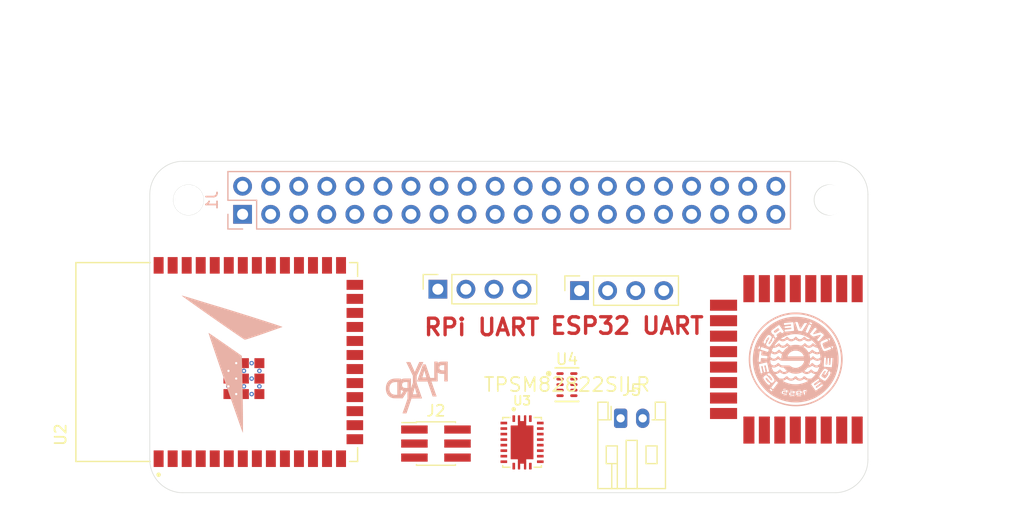
<source format=kicad_pcb>
(kicad_pcb (version 20221018) (generator pcbnew)
  (title_block (title "***") (date "2018-12-28") (rev "**") (company "**") (comment 1 "**"))
  (layers (0 "F.Cu" signal) (31 "B.Cu" signal) (34 "B.Paste" user) (35 "F.Paste" user) (36 "B.SilkS" user "B.Silkscreen") (37 "F.SilkS" user "F.Silkscreen") (38 "B.Mask" user) (39 "F.Mask" user) (44 "Edge.Cuts" user))
  (net 0 "")
  (net 19 "/RPi_SPI_MOSI")
  (net 21 "/RPi_SPI_MISO")
  (net 23 "/RPi_SPI_CLK")
  (net 29 "/RPi_SPI_CSN")
  (net 45 "+BATT")
  (net 46 "GND")
  (net 47 "+3V3")
  (net 56 "Net-(U2-GND-Pad1)")
  (net 109 "Net-(U3-SW-Pad4)")
  (net 113 "Net-(U3-VOUT-Pad14)")
  (footprint "RPi_Hat:RPi_Hat_Mounting_Hole" (layer "F.Cu") (at 53.5 52.5)
    (fp_text reference "" hide)
    (fp_text value "" hide)
    (pad "" np_thru_hole circle locked (at 0 0) (size 2.75 2.75) (drill 2.75) (layers "*.Cu" "*.Mask") (clearance 1.725))
  )
  (footprint "RPi_Hat:RPi_Hat_Mounting_Hole" (layer "F.Cu") (at 111.6 52.5)
    (fp_text reference "" hide)
    (fp_text value "" hide)
    (pad "" np_thru_hole circle locked (at 0 0) (size 2.75 2.75) (drill 2.75) (layers "*.Cu" "*.Mask") (clearance 1.725))
  )
  (footprint "XCVR_ESP32-S3-WROOM-1-N8R2:XCVR_ESP32-S3-WROOM-1-N8R2" (layer "F.Cu") (at 56.06 67.17 90)
    (fp_text reference "U2" (at -6.575 -14.135 90) (layer "F.SilkS"))
    (fp_text value "ESP32-S3-WROOM-1-N8R2")
    (pad "1" smd rect (at -8.75 -5.26 90) (size 1.5 0.9) (layers "F.Cu" "F.Paste" "F.Mask") (net 56 "Net-(U2-GND-Pad1)"))
    (pad "2" smd rect (at -8.75 -3.99 90) (size 1.5 0.9) (layers "F.Cu" "F.Paste" "F.Mask"))
    (pad "3" smd rect (at -8.75 -2.72 90) (size 1.5 0.9) (layers "F.Cu" "F.Paste" "F.Mask"))
    (pad "4" smd rect (at -8.75 -1.45 90) (size 1.5 0.9) (layers "F.Cu" "F.Paste" "F.Mask"))
    (pad "5" smd rect (at -8.75 -0.18 90) (size 1.5 0.9) (layers "F.Cu" "F.Paste" "F.Mask"))
    (pad "6" smd rect (at -8.75 1.09 90) (size 1.5 0.9) (layers "F.Cu" "F.Paste" "F.Mask"))
    (pad "7" smd rect (at -8.75 2.36 90) (size 1.5 0.9) (layers "F.Cu" "F.Paste" "F.Mask"))
    (pad "8" smd rect (at -8.75 3.63 90) (size 1.5 0.9) (layers "F.Cu" "F.Paste" "F.Mask"))
    (pad "9" smd rect (at -8.75 4.9 90) (size 1.5 0.9) (layers "F.Cu" "F.Paste" "F.Mask"))
    (pad "10" smd rect (at -8.75 6.17 90) (size 1.5 0.9) (layers "F.Cu" "F.Paste" "F.Mask"))
    (pad "11" smd rect (at -8.75 7.44 90) (size 1.5 0.9) (layers "F.Cu" "F.Paste" "F.Mask"))
    (pad "12" smd rect (at -8.75 8.71 90) (size 1.5 0.9) (layers "F.Cu" "F.Paste" "F.Mask"))
    (pad "13" smd rect (at -8.75 9.98 90) (size 1.5 0.9) (layers "F.Cu" "F.Paste" "F.Mask"))
    (pad "14" smd rect (at -8.75 11.25 90) (size 1.5 0.9) (layers "F.Cu" "F.Paste" "F.Mask"))
    (pad "15" smd rect (at -6.985 12.5 90) (size 0.9 1.5) (layers "F.Cu" "F.Paste" "F.Mask"))
    (pad "16" smd rect (at -5.715 12.5 90) (size 0.9 1.5) (layers "F.Cu" "F.Paste" "F.Mask"))
    (pad "17" smd rect (at -4.445 12.5 90) (size 0.9 1.5) (layers "F.Cu" "F.Paste" "F.Mask"))
    (pad "18" smd rect (at -3.175 12.5 90) (size 0.9 1.5) (layers "F.Cu" "F.Paste" "F.Mask") (net 19 "/RPi_SPI_MOSI"))
    (pad "19" smd rect (at -1.905 12.5 90) (size 0.9 1.5) (layers "F.Cu" "F.Paste" "F.Mask") (net 21 "/RPi_SPI_MISO"))
    (pad "20" smd rect (at -0.635 12.5 90) (size 0.9 1.5) (layers "F.Cu" "F.Paste" "F.Mask") (net 23 "/RPi_SPI_CLK"))
    (pad "21" smd rect (at 0.635 12.5 90) (size 0.9 1.5) (layers "F.Cu" "F.Paste" "F.Mask") (net 29 "/RPi_SPI_CSN"))
    (pad "22" smd rect (at 1.905 12.5 90) (size 0.9 1.5) (layers "F.Cu" "F.Paste" "F.Mask"))
    (pad "23" smd rect (at 3.175 12.5 90) (size 0.9 1.5) (layers "F.Cu" "F.Paste" "F.Mask"))
    (pad "24" smd rect (at 4.445 12.5 90) (size 0.9 1.5) (layers "F.Cu" "F.Paste" "F.Mask"))
    (pad "25" smd rect (at 5.715 12.5 90) (size 0.9 1.5) (layers "F.Cu" "F.Paste" "F.Mask"))
    (pad "26" smd rect (at 6.985 12.5 90) (size 0.9 1.5) (layers "F.Cu" "F.Paste" "F.Mask"))
    (pad "27" smd rect (at 8.75 11.25 90) (size 1.5 0.9) (layers "F.Cu" "F.Paste" "F.Mask"))
    (pad "28" smd rect (at 8.75 9.98 90) (size 1.5 0.9) (layers "F.Cu" "F.Paste" "F.Mask"))
    (pad "29" smd rect (at 8.75 8.71 90) (size 1.5 0.9) (layers "F.Cu" "F.Paste" "F.Mask"))
    (pad "30" smd rect (at 8.75 7.44 90) (size 1.5 0.9) (layers "F.Cu" "F.Paste" "F.Mask"))
    (pad "31" smd rect (at 8.75 6.17 90) (size 1.5 0.9) (layers "F.Cu" "F.Paste" "F.Mask"))
    (pad "32" smd rect (at 8.75 4.9 90) (size 1.5 0.9) (layers "F.Cu" "F.Paste" "F.Mask"))
    (pad "33" smd rect (at 8.75 3.63 90) (size 1.5 0.9) (layers "F.Cu" "F.Paste" "F.Mask"))
    (pad "34" smd rect (at 8.75 2.36 90) (size 1.5 0.9) (layers "F.Cu" "F.Paste" "F.Mask"))
    (pad "35" smd rect (at 8.75 1.09 90) (size 1.5 0.9) (layers "F.Cu" "F.Paste" "F.Mask"))
    (pad "36" smd rect (at 8.75 -0.18 90) (size 1.5 0.9) (layers "F.Cu" "F.Paste" "F.Mask"))
    (pad "37" smd rect (at 8.75 -1.45 90) (size 1.5 0.9) (layers "F.Cu" "F.Paste" "F.Mask"))
    (pad "38" smd rect (at 8.75 -2.72 90) (size 1.5 0.9) (layers "F.Cu" "F.Paste" "F.Mask"))
    (pad "39" smd rect (at 8.75 -3.99 90) (size 1.5 0.9) (layers "F.Cu" "F.Paste" "F.Mask"))
    (pad "40" smd rect (at 8.75 -5.26 90) (size 1.5 0.9) (layers "F.Cu" "F.Paste" "F.Mask") (net 56 "Net-(U2-GND-Pad1)"))
    (pad "41_1" smd rect (at -1.5 2.46 90) (size 0.9 0.9) (layers "F.Cu" "F.Paste" "F.Mask") (net 56 "Net-(U2-GND-Pad1)"))
    (pad "41_2" smd rect (at -2.9 2.46 90) (size 0.9 0.9) (layers "F.Cu" "F.Paste" "F.Mask") (net 56 "Net-(U2-GND-Pad1)"))
    (pad "41_3" smd rect (at -0.1 2.46 90) (size 0.9 0.9) (layers "F.Cu" "F.Paste" "F.Mask") (net 56 "Net-(U2-GND-Pad1)"))
    (pad "41_4" smd rect (at -2.9 3.86 90) (size 0.9 0.9) (layers "F.Cu" "F.Paste" "F.Mask") (net 56 "Net-(U2-GND-Pad1)"))
    (pad "41_5" smd rect (at -1.5 3.86 90) (size 0.9 0.9) (layers "F.Cu" "F.Paste" "F.Mask") (net 56 "Net-(U2-GND-Pad1)"))
    (pad "41_6" smd rect (at -0.1 3.86 90) (size 0.9 0.9) (layers "F.Cu" "F.Paste" "F.Mask") (net 56 "Net-(U2-GND-Pad1)"))
    (pad "41_7" smd rect (at -2.9 1.06 90) (size 0.9 0.9) (layers "F.Cu" "F.Paste" "F.Mask") (net 56 "Net-(U2-GND-Pad1)"))
    (pad "41_8" smd rect (at -1.5 1.06 90) (size 0.9 0.9) (layers "F.Cu" "F.Paste" "F.Mask") (net 56 "Net-(U2-GND-Pad1)"))
    (pad "41_9" smd rect (at -0.1 1.06 90) (size 0.9 0.9) (layers "F.Cu" "F.Paste" "F.Mask") (net 56 "Net-(U2-GND-Pad1)"))
    (pad "41_10" thru_hole circle (at -1.5 1.76 90) (size 0.4 0.4) (drill 0.2) (layers "*.Cu"))
    (pad "41_11" thru_hole circle (at -2.9 1.76 90) (size 0.4 0.4) (drill 0.2) (layers "*.Cu"))
    (pad "41_12" thru_hole circle (at -0.1 1.76 90) (size 0.4 0.4) (drill 0.2) (layers "*.Cu"))
    (pad "41_13" thru_hole circle (at -2.9 3.16 90) (size 0.4 0.4) (drill 0.2) (layers "*.Cu"))
    (pad "41_14" thru_hole circle (at -1.5 3.16 90) (size 0.4 0.4) (drill 0.2) (layers "*.Cu"))
    (pad "41_15" thru_hole circle (at -0.1 3.16 90) (size 0.4 0.4) (drill 0.2) (layers "*.Cu"))
    (pad "41_16" thru_hole circle (at -2.2 1.06 90) (size 0.4 0.4) (drill 0.2) (layers "*.Cu"))
    (pad "41_17" thru_hole circle (at -0.8 1.06 90) (size 0.4 0.4) (drill 0.2) (layers "*.Cu"))
    (pad "41_18" thru_hole circle (at -2.2 2.46 90) (size 0.4 0.4) (drill 0.2) (layers "*.Cu"))
    (pad "41_19" thru_hole circle (at -0.8 2.46 90) (size 0.4 0.4) (drill 0.2) (layers "*.Cu"))
    (pad "41_20" thru_hole circle (at -2.2 3.86 90) (size 0.4 0.4) (drill 0.2) (layers "*.Cu"))
    (pad "41_21" thru_hole circle (at -0.8 3.86 90) (size 0.4 0.4) (drill 0.2) (layers "*.Cu"))
  )
  (footprint "Connector_PinSocket_2.54mm:PinSocket_1x04_P2.54mm_Vertical" (layer "F.Cu") (at 76.073 60.579 90)
    (fp_text reference "J3" hide)
    (fp_text value "Conn_01x04_Socket")
    (pad "1" thru_hole rect (at 0 0 90) (size 1.7 1.7) (drill 1) (layers "*.Cu" "*.Mask"))
    (pad "2" thru_hole oval (at 0 2.54 90) (size 1.7 1.7) (drill 1) (layers "*.Cu" "*.Mask"))
    (pad "3" thru_hole oval (at 0 5.08 90) (size 1.7 1.7) (drill 1) (layers "*.Cu" "*.Mask"))
    (pad "4" thru_hole oval (at 0 7.62 90) (size 1.7 1.7) (drill 1) (layers "*.Cu" "*.Mask"))
  )
  (footprint "Connector_PinHeader_1.27mm:PinHeader_2x03_P1.27mm_Vertical_SMD" (layer "F.Cu") (at 75.901 74.549)
    (fp_text reference "J2" (at 0 -2.965) (layer "F.SilkS"))
    (fp_text value "ESP Prog")
    (pad "1" smd rect (at -1.95 -1.27) (size 2.4 0.74) (layers "F.Cu" "F.Paste" "F.Mask"))
    (pad "2" smd rect (at 1.95 -1.27) (size 2.4 0.74) (layers "F.Cu" "F.Paste" "F.Mask"))
    (pad "3" smd rect (at -1.95 0) (size 2.4 0.74) (layers "F.Cu" "F.Paste" "F.Mask"))
    (pad "4" smd rect (at 1.95 0) (size 2.4 0.74) (layers "F.Cu" "F.Paste" "F.Mask"))
    (pad "5" smd rect (at -1.95 1.27) (size 2.4 0.74) (layers "F.Cu" "F.Paste" "F.Mask"))
    (pad "6" smd rect (at 1.95 1.27) (size 2.4 0.74) (layers "F.Cu" "F.Paste" "F.Mask"))
  )
  (footprint "Texas_Instruments-SIL0010D-0-0-MFG:Texas_Instruments-SIL0010D-0-0-MFG" (layer "F.Cu") (at 87.757 69.215)
    (fp_text reference "U4" (at -1.1 -2.3) (layer "F.SilkS") (effects (justify left)))
    (fp_text value "TPSM82822SILR" (at 0 0) (layer "F.SilkS") (effects (font (size 1.27 1.27))))
    (pad "1" smd roundrect (at -0.625 -1) (size 0.65 0.25) (layers "F.Cu" "F.Paste" "F.Mask") (roundrect_rratio 0.4) (net 45 "+BATT"))
    (pad "2" smd roundrect (at -0.625 -0.5) (size 0.65 0.25) (layers "F.Cu" "F.Paste" "F.Mask") (roundrect_rratio 0.4) (net 45 "+BATT"))
    (pad "3" smd roundrect (at -0.625 0) (size 0.65 0.25) (layers "F.Cu" "F.Paste" "F.Mask") (roundrect_rratio 0.4) (net 45 "+BATT"))
    (pad "4" smd roundrect (at -0.625 0.5) (size 0.65 0.25) (layers "F.Cu" "F.Paste" "F.Mask") (roundrect_rratio 0.4))
    (pad "5" smd roundrect (at -0.625 1) (size 0.65 0.25) (layers "F.Cu" "F.Paste" "F.Mask") (roundrect_rratio 0.4))
    (pad "6" smd roundrect (at 0.625 1) (size 0.65 0.25) (layers "F.Cu" "F.Paste" "F.Mask") (roundrect_rratio 0.4))
    (pad "7" smd roundrect (at 0.625 0.5) (size 0.65 0.25) (layers "F.Cu" "F.Paste" "F.Mask") (roundrect_rratio 0.4))
    (pad "8" smd roundrect (at 0.625 0) (size 0.65 0.25) (layers "F.Cu" "F.Paste" "F.Mask") (roundrect_rratio 0.4))
    (pad "9" smd roundrect (at 0.625 -0.5) (size 0.65 0.25) (layers "F.Cu" "F.Paste" "F.Mask") (roundrect_rratio 0.4))
    (pad "10" smd roundrect (at 0.625 -1) (size 0.65 0.25) (layers "F.Cu" "F.Paste" "F.Mask") (roundrect_rratio 0.4))
  )
  (footprint "Connector_JST:JST_PH_S2B-PH-K_1x02_P2.00mm_Horizontal" (layer "F.Cu") (at 92.615 72.263)
    (fp_text reference "J5" (at 1 -2.55) (layer "F.SilkS"))
    (fp_text value "S2B-PH-K-S(LF)(SN)")
    (pad "1" thru_hole roundrect (at 0 0) (size 1.2 1.75) (drill 0.75) (layers "*.Cu" "*.Mask") (roundrect_rratio 0.208333) (net 45 "+BATT"))
    (pad "2" thru_hole oval (at 2 0) (size 1.2 1.75) (drill 0.75) (layers "*.Cu" "*.Mask") (net 46 "GND"))
  )
  (footprint "XCVR_DWM1000:XCVR_DWM1000" (layer "F.Cu") (at 112.226 66.929 -90)
    (fp_text reference "U1" hide)
    (fp_text value "DWM1000")
    (pad "1" smd rect (at -6.4 -1.8) (size 1 2.45) (layers "F.Cu" "F.Paste" "F.Mask"))
    (pad "2" smd rect (at -6.4 -0.4) (size 1 2.45) (layers "F.Cu" "F.Paste" "F.Mask"))
    (pad "3" smd rect (at -6.4 1) (size 1 2.45) (layers "F.Cu" "F.Paste" "F.Mask"))
    (pad "4" smd rect (at -6.4 2.4) (size 1 2.45) (layers "F.Cu" "F.Paste" "F.Mask"))
    (pad "5" smd rect (at -6.4 3.8) (size 1 2.45) (layers "F.Cu" "F.Paste" "F.Mask") (net 47 "+3V3"))
    (pad "6" smd rect (at -6.4 5.2) (size 1 2.45) (layers "F.Cu" "F.Paste" "F.Mask") (net 47 "+3V3"))
    (pad "7" smd rect (at -6.4 6.6) (size 1 2.45) (layers "F.Cu" "F.Paste" "F.Mask") (net 47 "+3V3"))
    (pad "8" smd rect (at -6.4 8) (size 1 2.45) (layers "F.Cu" "F.Paste" "F.Mask") (net 46 "GND"))
    (pad "9" smd rect (at -4.9 10.295 90) (size 1 2.45) (layers "F.Cu" "F.Paste" "F.Mask"))
    (pad "10" smd rect (at -3.5 10.295 90) (size 1 2.45) (layers "F.Cu" "F.Paste" "F.Mask"))
    (pad "11" smd rect (at -2.1 10.295 90) (size 1 2.45) (layers "F.Cu" "F.Paste" "F.Mask"))
    (pad "12" smd rect (at -0.7 10.295 90) (size 1 2.45) (layers "F.Cu" "F.Paste" "F.Mask"))
    (pad "13" smd rect (at 0.7 10.295 90) (size 1 2.45) (layers "F.Cu" "F.Paste" "F.Mask"))
    (pad "14" smd rect (at 2.1 10.295 90) (size 1 2.45) (layers "F.Cu" "F.Paste" "F.Mask"))
    (pad "15" smd rect (at 3.5 10.295 90) (size 1 2.45) (layers "F.Cu" "F.Paste" "F.Mask"))
    (pad "16" smd rect (at 4.9 10.295 90) (size 1 2.45) (layers "F.Cu" "F.Paste" "F.Mask") (net 46 "GND"))
    (pad "17" smd rect (at 6.4 8 180) (size 1 2.45) (layers "F.Cu" "F.Paste" "F.Mask") (net 29 "/RPi_SPI_CSN"))
    (pad "18" smd rect (at 6.4 6.6 180) (size 1 2.45) (layers "F.Cu" "F.Paste" "F.Mask") (net 19 "/RPi_SPI_MOSI"))
    (pad "19" smd rect (at 6.4 5.2 180) (size 1 2.45) (layers "F.Cu" "F.Paste" "F.Mask") (net 21 "/RPi_SPI_MISO"))
    (pad "20" smd rect (at 6.4 3.8 180) (size 1 2.45) (layers "F.Cu" "F.Paste" "F.Mask") (net 23 "/RPi_SPI_CLK"))
    (pad "21" smd rect (at 6.4 2.4 180) (size 1 2.45) (layers "F.Cu" "F.Paste" "F.Mask") (net 46 "GND"))
    (pad "22" smd rect (at 6.4 1 180) (size 1 2.45) (layers "F.Cu" "F.Paste" "F.Mask"))
    (pad "23" smd rect (at 6.4 -0.4 180) (size 1 2.45) (layers "F.Cu" "F.Paste" "F.Mask") (net 46 "GND"))
    (pad "24" smd rect (at 6.4 -1.8 180) (size 1 2.45) (layers "F.Cu" "F.Paste" "F.Mask") (net 46 "GND"))
  )
  (footprint "Connector_PinSocket_2.54mm:PinSocket_1x04_P2.54mm_Vertical" (layer "F.Cu") (at 88.9 60.706 90)
    (fp_text reference "J4" hide)
    (fp_text value "Conn_01x04_Socket")
    (pad "1" thru_hole rect (at 0 0 90) (size 1.7 1.7) (drill 1) (layers "*.Cu" "*.Mask"))
    (pad "2" thru_hole oval (at 0 2.54 90) (size 1.7 1.7) (drill 1) (layers "*.Cu" "*.Mask"))
    (pad "3" thru_hole oval (at 0 5.08 90) (size 1.7 1.7) (drill 1) (layers "*.Cu" "*.Mask"))
    (pad "4" thru_hole oval (at 0 7.62 90) (size 1.7 1.7) (drill 1) (layers "*.Cu" "*.Mask"))
  )
  (footprint "IC_MSP430FR2522IRHLR:IC_MSP430FR2522IRHLR" (layer "F.Cu") (at 83.694 74.442)
    (fp_text reference "U3" (at 0 -3.76599) (layer "F.SilkS") (effects (font (size 0.80148 0.80148))))
    (fp_text value "TPS61088RHLT")
    (pad "1" smd roundrect (at -0.75 -2.15) (size 0.24 0.6) (layers "F.Cu" "F.Paste" "F.Mask") (roundrect_rratio 0.13))
    (pad "2" smd roundrect (at -1.65 -1.75) (size 0.6 0.24) (layers "F.Cu" "F.Paste" "F.Mask") (roundrect_rratio 0.05))
    (pad "3" smd roundrect (at -1.65 -1.25) (size 0.6 0.24) (layers "F.Cu" "F.Paste" "F.Mask") (roundrect_rratio 0.05))
    (pad "4" smd roundrect (at -1.65 -0.75) (size 0.6 0.24) (layers "F.Cu" "F.Paste" "F.Mask") (roundrect_rratio 0.05) (net 109 "Net-(U3-SW-Pad4)"))
    (pad "5" smd roundrect (at -1.65 -0.25) (size 0.6 0.24) (layers "F.Cu" "F.Paste" "F.Mask") (roundrect_rratio 0.05) (net 109 "Net-(U3-SW-Pad4)"))
    (pad "6" smd roundrect (at -1.65 0.25) (size 0.6 0.24) (layers "F.Cu" "F.Paste" "F.Mask") (roundrect_rratio 0.05) (net 109 "Net-(U3-SW-Pad4)"))
    (pad "7" smd roundrect (at -1.65 0.75) (size 0.6 0.24) (layers "F.Cu" "F.Paste" "F.Mask") (roundrect_rratio 0.05) (net 109 "Net-(U3-SW-Pad4)"))
    (pad "8" smd roundrect (at -1.65 1.25) (size 0.6 0.24) (layers "F.Cu" "F.Paste" "F.Mask") (roundrect_rratio 0.05))
    (pad "9" smd roundrect (at -1.65 1.75) (size 0.6 0.24) (layers "F.Cu" "F.Paste" "F.Mask") (roundrect_rratio 0.05) (net 45 "+BATT"))
    (pad "10" smd roundrect (at -0.75 2.15) (size 0.24 0.6) (layers "F.Cu" "F.Paste" "F.Mask") (roundrect_rratio 0.13))
    (pad "11" smd roundrect (at 0.75 2.15) (size 0.24 0.6) (layers "F.Cu" "F.Paste" "F.Mask") (roundrect_rratio 0.13))
    (pad "12" smd roundrect (at 1.65 1.75) (size 0.6 0.24) (layers "F.Cu" "F.Paste" "F.Mask") (roundrect_rratio 0.05))
    (pad "13" smd roundrect (at 1.65 1.25) (size 0.6 0.24) (layers "F.Cu" "F.Paste" "F.Mask") (roundrect_rratio 0.05))
    (pad "14" smd roundrect (at 1.65 0.75) (size 0.6 0.24) (layers "F.Cu" "F.Paste" "F.Mask") (roundrect_rratio 0.05) (net 113 "Net-(U3-VOUT-Pad14)"))
    (pad "15" smd roundrect (at 1.65 0.25) (size 0.6 0.24) (layers "F.Cu" "F.Paste" "F.Mask") (roundrect_rratio 0.05) (net 113 "Net-(U3-VOUT-Pad14)"))
    (pad "16" smd roundrect (at 1.65 -0.25) (size 0.6 0.24) (layers "F.Cu" "F.Paste" "F.Mask") (roundrect_rratio 0.05) (net 113 "Net-(U3-VOUT-Pad14)"))
    (pad "17" smd roundrect (at 1.65 -0.75) (size 0.6 0.24) (layers "F.Cu" "F.Paste" "F.Mask") (roundrect_rratio 0.05))
    (pad "18" smd roundrect (at 1.65 -1.25) (size 0.6 0.24) (layers "F.Cu" "F.Paste" "F.Mask") (roundrect_rratio 0.05))
    (pad "19" smd roundrect (at 1.65 -1.75) (size 0.6 0.24) (layers "F.Cu" "F.Paste" "F.Mask") (roundrect_rratio 0.05))
    (pad "20" smd roundrect (at 0.75 -2.15) (size 0.24 0.6) (layers "F.Cu" "F.Paste" "F.Mask") (roundrect_rratio 0.13))
    (pad "21" smd custom (at 0 0) (size 2.05 3.05) (layers "F.Cu" "F.Mask") (options (clearance outline) (anchor rect)) (primitives (gr_poly (pts (xy -0.375 -1.525) (xy -0.375 -2.4) (xy -0.375 -2.403) (xy -0.375 -2.405) (xy -0.374 -2.408) (xy -0.374 -2.41) (xy -0.373 -2.413) (xy -0.373 -2.415) (xy -0.372 -2.418) (xy -0.371 -2.42) (xy -0.37 -2.423) (xy -0.368 -2.425) (xy -0.367 -2.427) (xy -0.365 -2.429) (xy -0.364 -2.431) (xy -0.362 -2.433) (xy -0.36 -2.435) (xy -0.358 -2.437) (xy -0.356 -2.439) (xy -0.354 -2.44) (xy -0.352 -2.442) (xy -0.35 -2.443) (xy -0.348 -2.445) (xy -0.345 -2.446) (xy -0.343 -2.447) (xy -0.34 -2.448) (xy -0.338 -2.448) (xy -0.335 -2.449) (xy -0.333 -2.449) (xy -0.33 -2.45) (xy -0.328 -2.45) (xy -0.325 -2.45) (xy -0.225 -2.45) (xy -0.222 -2.45) (xy -0.22 -2.45) (xy -0.217 -2.449) (xy -0.215 -2.449) (xy -0.212 -2.448) (xy -0.21 -2.448) (xy -0.207 -2.447) (xy -0.205 -2.446) (xy -0.202 -2.445) (xy -0.2 -2.443) (xy -0.198 -2.442) (xy -0.196 -2.44) (xy -0.194 -2.439) (xy -0.192 -2.437) (xy -0.19 -2.435) (xy -0.188 -2.433) (xy -0.186 -2.431) (xy -0.185 -2.429) (xy -0.183 -2.427) (xy -0.182 -2.425) (xy -0.18 -2.423) (xy -0.179 -2.42) (xy -0.178 -2.418) (xy -0.177 -2.415) (xy -0.177 -2.413) (xy -0.176 -2.41) (xy -0.176 -2.408) (xy -0.175 -2.405) (xy -0.175 -2.403) (xy -0.175 -2.4) (xy -0.175 -1.925) (xy 0.175 -1.925) (xy 0.175 -2.4) (xy 0.175 -2.403) (xy 0.175 -2.405) (xy 0.176 -2.408) (xy 0.176 -2.41) (xy 0.177 -2.413) (xy 0.177 -2.415) (xy 0.178 -2.418) (xy 0.179 -2.42) (xy 0.18 -2.423) (xy 0.182 -2.425) (xy 0.183 -2.427) (xy 0.185 -2.429) (xy 0.186 -2.431) (xy 0.188 -2.433) (xy 0.19 -2.435) (xy 0.192 -2.437) (xy 0.194 -2.439) (xy 0.196 -2.44) (xy 0.198 -2.442) (xy 0.2 -2.443) (xy 0.202 -2.445) (xy 0.205 -2.446) (xy 0.207 -2.447) (xy 0.21 -2.448) (xy 0.212 -2.448) (xy 0.215 -2.449) (xy 0.217 -2.449) (xy 0.22 -2.45) (xy 0.222 -2.45) (xy 0.225 -2.45) (xy 0.325 -2.45) (xy 0.328 -2.45) (xy 0.33 -2.45) (xy 0.333 -2.449) (xy 0.335 -2.449) (xy 0.338 -2.448) (xy 0.34 -2.448) (xy 0.343 -2.447) (xy 0.345 -2.446) (xy 0.348 -2.445) (xy 0.35 -2.443) (xy 0.352 -2.442) (xy 0.354 -2.44) (xy 0.356 -2.439) (xy 0.358 -2.437) (xy 0.36 -2.435) (xy 0.362 -2.433) (xy 0.364 -2.431) (xy 0.365 -2.429) (xy 0.367 -2.427) (xy 0.368 -2.425) (xy 0.37 -2.423) (xy 0.371 -2.42) (xy 0.372 -2.418) (xy 0.373 -2.415) (xy 0.373 -2.413) (xy 0.374 -2.41) (xy 0.374 -2.408) (xy 0.375 -2.405) (xy 0.375 -2.403) (xy 0.375 -2.4) (xy 0.375 -1.525) (xy 0.975 -1.525) (xy 0.978 -1.525) (xy 0.98 -1.525) (xy 0.983 -1.524) (xy 0.985 -1.524) (xy 0.988 -1.523) (xy 0.99 -1.523) (xy 0.993 -1.522) (xy 0.995 -1.521) (xy 0.998 -1.52) (xy 1 -1.518) (xy 1.002 -1.517) (xy 1.004 -1.515) (xy 1.006 -1.514) (xy 1.008 -1.512) (xy 1.01 -1.51) (xy 1.012 -1.508) (xy 1.014 -1.506) (xy 1.015 -1.504) (xy 1.017 -1.502) (xy 1.018 -1.5) (xy 1.02 -1.498) (xy 1.021 -1.495) (xy 1.022 -1.493) (xy 1.023 -1.49) (xy 1.023 -1.488) (xy 1.024 -1.485) (xy 1.024 -1.483) (xy 1.025 -1.48) (xy 1.025 -1.478) (xy 1.025 -1.475) (xy 1.025 1.475) (xy 1.025 1.478) (xy 1.025 1.48) (xy 1.024 1.483) (xy 1.024 1.485) (xy 1.023 1.488) (xy 1.023 1.49) (xy 1.022 1.493) (xy 1.021 1.495) (xy 1.02 1.498) (xy 1.018 1.5) (xy 1.017 1.502) (xy 1.015 1.504) (xy 1.014 1.506) (xy 1.012 1.508) (xy 1.01 1.51) (xy 1.008 1.512) (xy 1.006 1.514) (xy 1.004 1.515) (xy 1.002 1.517) (xy 1 1.518) (xy 0.998 1.52) (xy 0.995 1.521) (xy 0.993 1.522) (xy 0.99 1.523) (xy 0.988 1.523) (xy 0.985 1.524) (xy 0.983 1.524) (xy 0.98 1.525) (xy 0.978 1.525) (xy 0.975 1.525) (xy 0.375 1.525) (xy 0.375 2.4) (xy 0.375 2.403) (xy 0.375 2.405) (xy 0.374 2.408) (xy 0.374 2.41) (xy 0.373 2.413) (xy 0.373 2.415) (xy 0.372 2.418) (xy 0.371 2.42) (xy 0.37 2.423) (xy 0.368 2.425) (xy 0.367 2.427) (xy 0.365 2.429) (xy 0.364 2.431) (xy 0.362 2.433) (xy 0.36 2.435) (xy 0.358 2.437) (xy 0.356 2.439) (xy 0.354 2.44) (xy 0.352 2.442) (xy 0.35 2.443) (xy 0.348 2.445) (xy 0.345 2.446) (xy 0.343 2.447) (xy 0.34 2.448) (xy 0.338 2.448) (xy 0.335 2.449) (xy 0.333 2.449) (xy 0.33 2.45) (xy 0.328 2.45) (xy 0.325 2.45) (xy 0.225 2.45) (xy 0.222 2.45) (xy 0.22 2.45) (xy 0.217 2.449) (xy 0.215 2.449) (xy 0.212 2.448) (xy 0.21 2.448) (xy 0.207 2.447) (xy 0.205 2.446) (xy 0.202 2.445) (xy 0.2 2.443) (xy 0.198 2.442) (xy 0.196 2.44) (xy 0.194 2.439) (xy 0.192 2.437) (xy 0.19 2.435) (xy 0.188 2.433) (xy 0.186 2.431) (xy 0.185 2.429) (xy 0.183 2.427) (xy 0.182 2.425) (xy 0.18 2.423) (xy 0.179 2.42) (xy 0.178 2.418) (xy 0.177 2.415) (xy 0.177 2.413) (xy 0.176 2.41) (xy 0.176 2.408) (xy 0.175 2.405) (xy 0.175 2.403) (xy 0.175 2.4) (xy 0.175 1.925) (xy -0.175 1.925) (xy -0.175 2.4) (xy -0.175 2.403) (xy -0.175 2.405) (xy -0.176 2.408) (xy -0.176 2.41) (xy -0.177 2.413) (xy -0.177 2.415) (xy -0.178 2.418) (xy -0.179 2.42) (xy -0.18 2.423) (xy -0.182 2.425) (xy -0.183 2.427) (xy -0.185 2.429) (xy -0.186 2.431) (xy -0.188 2.433) (xy -0.19 2.435) (xy -0.192 2.437) (xy -0.194 2.439) (xy -0.196 2.44) (xy -0.198 2.442) (xy -0.2 2.443) (xy -0.202 2.445) (xy -0.205 2.446) (xy -0.207 2.447) (xy -0.21 2.448) (xy -0.212 2.448) (xy -0.215 2.449) (xy -0.217 2.449) (xy -0.22 2.45) (xy -0.222 2.45) (xy -0.225 2.45) (xy -0.325 2.45) (xy -0.328 2.45) (xy -0.33 2.45) (xy -0.333 2.449) (xy -0.335 2.449) (xy -0.338 2.448) (xy -0.34 2.448) (xy -0.343 2.447) (xy -0.345 2.446) (xy -0.348 2.445) (xy -0.35 2.443) (xy -0.352 2.442) (xy -0.354 2.44) (xy -0.356 2.439) (xy -0.358 2.437) (xy -0.36 2.435) (xy -0.362 2.433) (xy -0.364 2.431) (xy -0.365 2.429) (xy -0.367 2.427) (xy -0.368 2.425) (xy -0.37 2.423) (xy -0.371 2.42) (xy -0.372 2.418) (xy -0.373 2.415) (xy -0.373 2.413) (xy -0.374 2.41) (xy -0.374 2.408) (xy -0.375 2.405) (xy -0.375 2.403) (xy -0.375 2.4) (xy -0.375 1.525) (xy -0.975 1.525) (xy -0.978 1.525) (xy -0.98 1.525) (xy -0.983 1.524) (xy -0.985 1.524) (xy -0.988 1.523) (xy -0.99 1.523) (xy -0.993 1.522) (xy -0.995 1.521) (xy -0.998 1.52) (xy -1 1.518) (xy -1.002 1.517) (xy -1.004 1.515) (xy -1.006 1.514) (xy -1.008 1.512) (xy -1.01 1.51) (xy -1.012 1.508) (xy -1.014 1.506) (xy -1.015 1.504) (xy -1.017 1.502) (xy -1.018 1.5) (xy -1.02 1.498) (xy -1.021 1.495) (xy -1.022 1.493) (xy -1.023 1.49) (xy -1.023 1.488) (xy -1.024 1.485) (xy -1.024 1.483) (xy -1.025 1.48) (xy -1.025 1.478) (xy -1.025 1.475) (xy -1.025 -1.475) (xy -1.025 -1.478) (xy -1.025 -1.48) (xy -1.024 -1.483) (xy -1.024 -1.485) (xy -1.023 -1.488) (xy -1.023 -1.49) (xy -1.022 -1.493) (xy -1.021 -1.495) (xy -1.02 -1.498) (xy -1.018 -1.5) (xy -1.017 -1.502) (xy -1.015 -1.504) (xy -1.014 -1.506) (xy -1.012 -1.508) (xy -1.01 -1.51) (xy -1.008 -1.512) (xy -1.006 -1.514) (xy -1.004 -1.515) (xy -1.002 -1.517) (xy -1 -1.518) (xy -0.998 -1.52) (xy -0.995 -1.521) (xy -0.993 -1.522) (xy -0.99 -1.523) (xy -0.988 -1.523) (xy -0.985 -1.524) (xy -0.983 -1.524) (xy -0.98 -1.525) (xy -0.978 -1.525) (xy -0.975 -1.525) (xy -0.375 -1.525)) (width 0.01) (fill yes))))
  )
  (footprint "Graphics:tusas_logo" (layer "B.Cu") (at 57.404 67.437 180)
    (fp_text reference "G***" hide)
    (fp_text value "LOGO" hide)
  )
  (footprint "Graphics:playard_logo_3" (layer "B.Cu") (at 74.168 69.469 180)
    (fp_text reference "G***" hide)
    (fp_text value "LOGO" hide)
  )
  (footprint "Connector_PinSocket_2.54mm:PinSocket_2x20_P2.54mm_Vertical" (layer "B.Cu") (at 58.4 53.8 -90)
    (fp_text reference "J1" (at -1.27 2.77 90) (layer "B.SilkS") (effects (justify mirror)))
    (fp_text value "RPi_GPIO")
    (pad "1" thru_hole rect (at 0 0 270) (size 1.7 1.7) (drill 1) (layers "*.Cu" "*.Mask"))
    (pad "2" thru_hole oval (at -2.54 0 270) (size 1.7 1.7) (drill 1) (layers "*.Cu" "*.Mask"))
    (pad "3" thru_hole oval (at 0 -2.54 270) (size 1.7 1.7) (drill 1) (layers "*.Cu" "*.Mask"))
    (pad "4" thru_hole oval (at -2.54 -2.54 270) (size 1.7 1.7) (drill 1) (layers "*.Cu" "*.Mask"))
    (pad "5" thru_hole oval (at 0 -5.08 270) (size 1.7 1.7) (drill 1) (layers "*.Cu" "*.Mask"))
    (pad "6" thru_hole oval (at -2.54 -5.08 270) (size 1.7 1.7) (drill 1) (layers "*.Cu" "*.Mask"))
    (pad "7" thru_hole oval (at 0 -7.62 270) (size 1.7 1.7) (drill 1) (layers "*.Cu" "*.Mask"))
    (pad "8" thru_hole oval (at -2.54 -7.62 270) (size 1.7 1.7) (drill 1) (layers "*.Cu" "*.Mask"))
    (pad "9" thru_hole oval (at 0 -10.16 270) (size 1.7 1.7) (drill 1) (layers "*.Cu" "*.Mask"))
    (pad "10" thru_hole oval (at -2.54 -10.16 270) (size 1.7 1.7) (drill 1) (layers "*.Cu" "*.Mask"))
    (pad "11" thru_hole oval (at 0 -12.7 270) (size 1.7 1.7) (drill 1) (layers "*.Cu" "*.Mask"))
    (pad "12" thru_hole oval (at -2.54 -12.7 270) (size 1.7 1.7) (drill 1) (layers "*.Cu" "*.Mask"))
    (pad "13" thru_hole oval (at 0 -15.24 270) (size 1.7 1.7) (drill 1) (layers "*.Cu" "*.Mask"))
    (pad "14" thru_hole oval (at -2.54 -15.24 270) (size 1.7 1.7) (drill 1) (layers "*.Cu" "*.Mask"))
    (pad "15" thru_hole oval (at 0 -17.78 270) (size 1.7 1.7) (drill 1) (layers "*.Cu" "*.Mask"))
    (pad "16" thru_hole oval (at -2.54 -17.78 270) (size 1.7 1.7) (drill 1) (layers "*.Cu" "*.Mask"))
    (pad "17" thru_hole oval (at 0 -20.32 270) (size 1.7 1.7) (drill 1) (layers "*.Cu" "*.Mask"))
    (pad "18" thru_hole oval (at -2.54 -20.32 270) (size 1.7 1.7) (drill 1) (layers "*.Cu" "*.Mask"))
    (pad "19" thru_hole oval (at 0 -22.86 270) (size 1.7 1.7) (drill 1) (layers "*.Cu" "*.Mask") (net 19 "/RPi_SPI_MOSI"))
    (pad "20" thru_hole oval (at -2.54 -22.86 270) (size 1.7 1.7) (drill 1) (layers "*.Cu" "*.Mask"))
    (pad "21" thru_hole oval (at 0 -25.4 270) (size 1.7 1.7) (drill 1) (layers "*.Cu" "*.Mask") (net 21 "/RPi_SPI_MISO"))
    (pad "22" thru_hole oval (at -2.54 -25.4 270) (size 1.7 1.7) (drill 1) (layers "*.Cu" "*.Mask"))
    (pad "23" thru_hole oval (at 0 -27.94 270) (size 1.7 1.7) (drill 1) (layers "*.Cu" "*.Mask") (net 23 "/RPi_SPI_CLK"))
    (pad "24" thru_hole oval (at -2.54 -27.94 270) (size 1.7 1.7) (drill 1) (layers "*.Cu" "*.Mask"))
    (pad "25" thru_hole oval (at 0 -30.48 270) (size 1.7 1.7) (drill 1) (layers "*.Cu" "*.Mask"))
    (pad "26" thru_hole oval (at -2.54 -30.48 270) (size 1.7 1.7) (drill 1) (layers "*.Cu" "*.Mask"))
    (pad "27" thru_hole oval (at 0 -33.02 270) (size 1.7 1.7) (drill 1) (layers "*.Cu" "*.Mask"))
    (pad "28" thru_hole oval (at -2.54 -33.02 270) (size 1.7 1.7) (drill 1) (layers "*.Cu" "*.Mask"))
    (pad "29" thru_hole oval (at 0 -35.56 270) (size 1.7 1.7) (drill 1) (layers "*.Cu" "*.Mask") (net 29 "/RPi_SPI_CSN"))
    (pad "30" thru_hole oval (at -2.54 -35.56 270) (size 1.7 1.7) (drill 1) (layers "*.Cu" "*.Mask"))
    (pad "31" thru_hole oval (at 0 -38.1 270) (size 1.7 1.7) (drill 1) (layers "*.Cu" "*.Mask"))
    (pad "32" thru_hole oval (at -2.54 -38.1 270) (size 1.7 1.7) (drill 1) (layers "*.Cu" "*.Mask"))
    (pad "33" thru_hole oval (at 0 -40.64 270) (size 1.7 1.7) (drill 1) (layers "*.Cu" "*.Mask"))
    (pad "34" thru_hole oval (at -2.54 -40.64 270) (size 1.7 1.7) (drill 1) (layers "*.Cu" "*.Mask"))
    (pad "35" thru_hole oval (at 0 -43.18 270) (size 1.7 1.7) (drill 1) (layers "*.Cu" "*.Mask"))
    (pad "36" thru_hole oval (at -2.54 -43.18 270) (size 1.7 1.7) (drill 1) (layers "*.Cu" "*.Mask"))
    (pad "37" thru_hole oval (at 0 -45.72 270) (size 1.7 1.7) (drill 1) (layers "*.Cu" "*.Mask"))
    (pad "38" thru_hole oval (at -2.54 -45.72 270) (size 1.7 1.7) (drill 1) (layers "*.Cu" "*.Mask"))
    (pad "39" thru_hole oval (at 0 -48.26 270) (size 1.7 1.7) (drill 1) (layers "*.Cu" "*.Mask"))
    (pad "40" thru_hole oval (at -2.54 -48.26 270) (size 1.7 1.7) (drill 1) (layers "*.Cu" "*.Mask"))
  )
  (footprint "Graphics:ege_uni_logo_2" (layer "B.Cu") (at 108.458 66.929 180)
    (fp_text reference "G***" hide)
    (fp_text value "LOGO" hide)
  )
  (gr_line (start 50 76) (end 50 52) (stroke (width 0.05)) (layer "Edge.Cuts"))
  (gr_circle (center 111.5 52.5) (end 111.47 53.87) (stroke (width 0.05)) (fill none) (layer "Edge.Cuts"))
  (gr_arc (start 115 76) (mid 114.12132 78.12132) (end 112 79) (stroke (width 0.05)) (layer "Edge.Cuts"))
  (gr_line (start 53 49) (end 112 49) (stroke (width 0.05)) (layer "Edge.Cuts"))
  (gr_arc (start 53 79) (mid 50.87868 78.12132) (end 50 76) (stroke (width 0.05)) (layer "Edge.Cuts"))
  (gr_circle (center 53.5 52.5) (end 53.47 53.87) (stroke (width 0.05)) (fill none) (layer "Edge.Cuts"))
  (gr_line (start 115 52) (end 115 76) (stroke (width 0.05)) (layer "Edge.Cuts"))
  (gr_arc (start 112 49) (mid 114.12132 49.87868) (end 115 52) (stroke (width 0.05)) (layer "Edge.Cuts"))
  (gr_line (start 112 79) (end 53 79) (stroke (width 0.05)) (layer "Edge.Cuts"))
  (gr_arc (start 50 52) (mid 50.87868 49.87868) (end 53 49) (stroke (width 0.05)) (layer "Edge.Cuts"))
  (gr_text "RPi UART\n" (at 74.676 64.897) (layer "F.Cu") (effects (font (size 1.5 1.5) (thickness 0.3) bold) (justify left bottom)))
  (gr_text "ESP32 UART\n" (at 86.106 64.77) (layer "F.Cu") (effects (font (size 1.5 1.5) (thickness 0.3) bold) (justify left bottom)))
)
</source>
